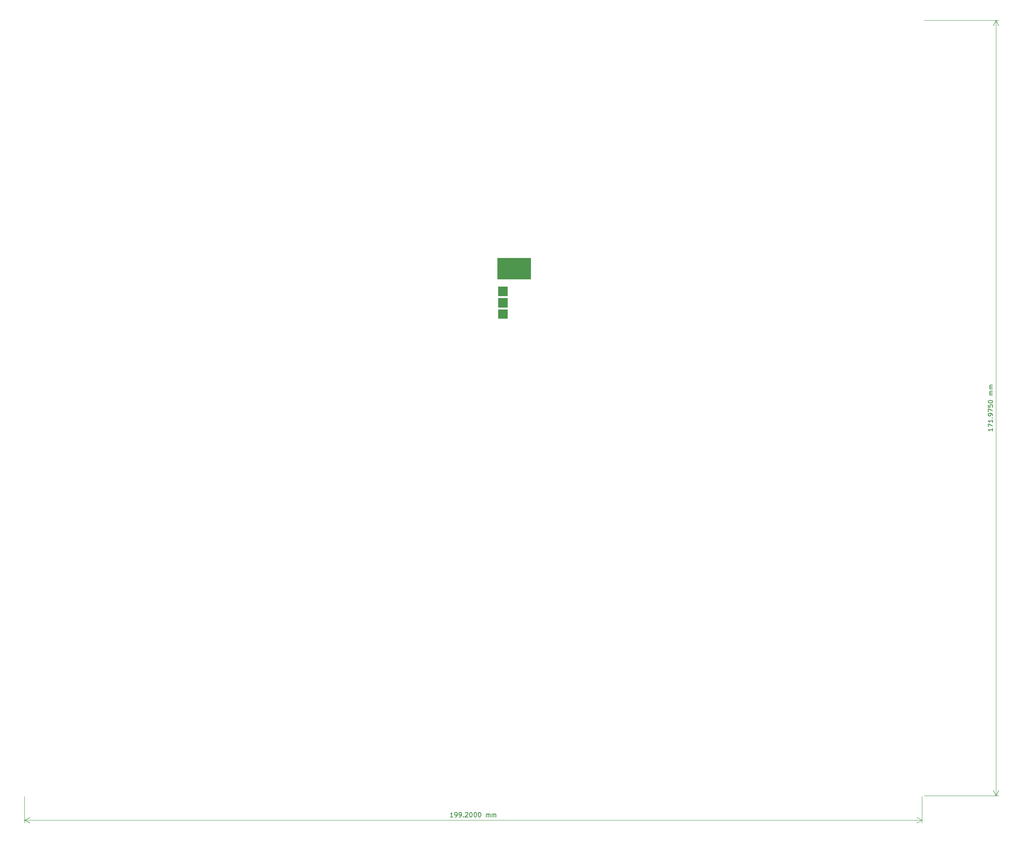
<source format=gbr>
%TF.GenerationSoftware,KiCad,Pcbnew,7.0.11+dfsg-1build4*%
%TF.CreationDate,2025-03-10T12:51:52+05:30*%
%TF.ProjectId,incubator,696e6375-6261-4746-9f72-2e6b69636164,rev?*%
%TF.SameCoordinates,Original*%
%TF.FileFunction,OtherDrawing,Comment*%
%FSLAX46Y46*%
G04 Gerber Fmt 4.6, Leading zero omitted, Abs format (unit mm)*
G04 Created by KiCad (PCBNEW 7.0.11+dfsg-1build4) date 2025-03-10 12:51:52*
%MOMM*%
%LPD*%
G01*
G04 APERTURE LIST*
%ADD10C,0.150000*%
%ADD11C,0.100000*%
G04 APERTURE END LIST*
D10*
X242879819Y-103911309D02*
X242879819Y-104482737D01*
X242879819Y-104197023D02*
X241879819Y-104197023D01*
X241879819Y-104197023D02*
X242022676Y-104292261D01*
X242022676Y-104292261D02*
X242117914Y-104387499D01*
X242117914Y-104387499D02*
X242165533Y-104482737D01*
X241879819Y-103577975D02*
X241879819Y-102911309D01*
X241879819Y-102911309D02*
X242879819Y-103339880D01*
X242879819Y-102006547D02*
X242879819Y-102577975D01*
X242879819Y-102292261D02*
X241879819Y-102292261D01*
X241879819Y-102292261D02*
X242022676Y-102387499D01*
X242022676Y-102387499D02*
X242117914Y-102482737D01*
X242117914Y-102482737D02*
X242165533Y-102577975D01*
X242784580Y-101577975D02*
X242832200Y-101530356D01*
X242832200Y-101530356D02*
X242879819Y-101577975D01*
X242879819Y-101577975D02*
X242832200Y-101625594D01*
X242832200Y-101625594D02*
X242784580Y-101577975D01*
X242784580Y-101577975D02*
X242879819Y-101577975D01*
X242879819Y-101054166D02*
X242879819Y-100863690D01*
X242879819Y-100863690D02*
X242832200Y-100768452D01*
X242832200Y-100768452D02*
X242784580Y-100720833D01*
X242784580Y-100720833D02*
X242641723Y-100625595D01*
X242641723Y-100625595D02*
X242451247Y-100577976D01*
X242451247Y-100577976D02*
X242070295Y-100577976D01*
X242070295Y-100577976D02*
X241975057Y-100625595D01*
X241975057Y-100625595D02*
X241927438Y-100673214D01*
X241927438Y-100673214D02*
X241879819Y-100768452D01*
X241879819Y-100768452D02*
X241879819Y-100958928D01*
X241879819Y-100958928D02*
X241927438Y-101054166D01*
X241927438Y-101054166D02*
X241975057Y-101101785D01*
X241975057Y-101101785D02*
X242070295Y-101149404D01*
X242070295Y-101149404D02*
X242308390Y-101149404D01*
X242308390Y-101149404D02*
X242403628Y-101101785D01*
X242403628Y-101101785D02*
X242451247Y-101054166D01*
X242451247Y-101054166D02*
X242498866Y-100958928D01*
X242498866Y-100958928D02*
X242498866Y-100768452D01*
X242498866Y-100768452D02*
X242451247Y-100673214D01*
X242451247Y-100673214D02*
X242403628Y-100625595D01*
X242403628Y-100625595D02*
X242308390Y-100577976D01*
X241879819Y-100244642D02*
X241879819Y-99577976D01*
X241879819Y-99577976D02*
X242879819Y-100006547D01*
X241879819Y-98720833D02*
X241879819Y-99197023D01*
X241879819Y-99197023D02*
X242356009Y-99244642D01*
X242356009Y-99244642D02*
X242308390Y-99197023D01*
X242308390Y-99197023D02*
X242260771Y-99101785D01*
X242260771Y-99101785D02*
X242260771Y-98863690D01*
X242260771Y-98863690D02*
X242308390Y-98768452D01*
X242308390Y-98768452D02*
X242356009Y-98720833D01*
X242356009Y-98720833D02*
X242451247Y-98673214D01*
X242451247Y-98673214D02*
X242689342Y-98673214D01*
X242689342Y-98673214D02*
X242784580Y-98720833D01*
X242784580Y-98720833D02*
X242832200Y-98768452D01*
X242832200Y-98768452D02*
X242879819Y-98863690D01*
X242879819Y-98863690D02*
X242879819Y-99101785D01*
X242879819Y-99101785D02*
X242832200Y-99197023D01*
X242832200Y-99197023D02*
X242784580Y-99244642D01*
X241879819Y-98054166D02*
X241879819Y-97958928D01*
X241879819Y-97958928D02*
X241927438Y-97863690D01*
X241927438Y-97863690D02*
X241975057Y-97816071D01*
X241975057Y-97816071D02*
X242070295Y-97768452D01*
X242070295Y-97768452D02*
X242260771Y-97720833D01*
X242260771Y-97720833D02*
X242498866Y-97720833D01*
X242498866Y-97720833D02*
X242689342Y-97768452D01*
X242689342Y-97768452D02*
X242784580Y-97816071D01*
X242784580Y-97816071D02*
X242832200Y-97863690D01*
X242832200Y-97863690D02*
X242879819Y-97958928D01*
X242879819Y-97958928D02*
X242879819Y-98054166D01*
X242879819Y-98054166D02*
X242832200Y-98149404D01*
X242832200Y-98149404D02*
X242784580Y-98197023D01*
X242784580Y-98197023D02*
X242689342Y-98244642D01*
X242689342Y-98244642D02*
X242498866Y-98292261D01*
X242498866Y-98292261D02*
X242260771Y-98292261D01*
X242260771Y-98292261D02*
X242070295Y-98244642D01*
X242070295Y-98244642D02*
X241975057Y-98197023D01*
X241975057Y-98197023D02*
X241927438Y-98149404D01*
X241927438Y-98149404D02*
X241879819Y-98054166D01*
X242879819Y-96530356D02*
X242213152Y-96530356D01*
X242308390Y-96530356D02*
X242260771Y-96482737D01*
X242260771Y-96482737D02*
X242213152Y-96387499D01*
X242213152Y-96387499D02*
X242213152Y-96244642D01*
X242213152Y-96244642D02*
X242260771Y-96149404D01*
X242260771Y-96149404D02*
X242356009Y-96101785D01*
X242356009Y-96101785D02*
X242879819Y-96101785D01*
X242356009Y-96101785D02*
X242260771Y-96054166D01*
X242260771Y-96054166D02*
X242213152Y-95958928D01*
X242213152Y-95958928D02*
X242213152Y-95816071D01*
X242213152Y-95816071D02*
X242260771Y-95720832D01*
X242260771Y-95720832D02*
X242356009Y-95673213D01*
X242356009Y-95673213D02*
X242879819Y-95673213D01*
X242879819Y-95197023D02*
X242213152Y-95197023D01*
X242308390Y-95197023D02*
X242260771Y-95149404D01*
X242260771Y-95149404D02*
X242213152Y-95054166D01*
X242213152Y-95054166D02*
X242213152Y-94911309D01*
X242213152Y-94911309D02*
X242260771Y-94816071D01*
X242260771Y-94816071D02*
X242356009Y-94768452D01*
X242356009Y-94768452D02*
X242879819Y-94768452D01*
X242356009Y-94768452D02*
X242260771Y-94720833D01*
X242260771Y-94720833D02*
X242213152Y-94625595D01*
X242213152Y-94625595D02*
X242213152Y-94482738D01*
X242213152Y-94482738D02*
X242260771Y-94387499D01*
X242260771Y-94387499D02*
X242356009Y-94339880D01*
X242356009Y-94339880D02*
X242879819Y-94339880D01*
D11*
X227725000Y-13400000D02*
X244161420Y-13400000D01*
X227725000Y-185375000D02*
X244161420Y-185375000D01*
X243575000Y-13400000D02*
X243575000Y-185375000D01*
X243575000Y-13400000D02*
X243575000Y-185375000D01*
X243575000Y-13400000D02*
X244161421Y-14526504D01*
X243575000Y-13400000D02*
X242988579Y-14526504D01*
X243575000Y-185375000D02*
X242988579Y-184248496D01*
X243575000Y-185375000D02*
X244161421Y-184248496D01*
D10*
X123076190Y-190129819D02*
X122504762Y-190129819D01*
X122790476Y-190129819D02*
X122790476Y-189129819D01*
X122790476Y-189129819D02*
X122695238Y-189272676D01*
X122695238Y-189272676D02*
X122600000Y-189367914D01*
X122600000Y-189367914D02*
X122504762Y-189415533D01*
X123552381Y-190129819D02*
X123742857Y-190129819D01*
X123742857Y-190129819D02*
X123838095Y-190082200D01*
X123838095Y-190082200D02*
X123885714Y-190034580D01*
X123885714Y-190034580D02*
X123980952Y-189891723D01*
X123980952Y-189891723D02*
X124028571Y-189701247D01*
X124028571Y-189701247D02*
X124028571Y-189320295D01*
X124028571Y-189320295D02*
X123980952Y-189225057D01*
X123980952Y-189225057D02*
X123933333Y-189177438D01*
X123933333Y-189177438D02*
X123838095Y-189129819D01*
X123838095Y-189129819D02*
X123647619Y-189129819D01*
X123647619Y-189129819D02*
X123552381Y-189177438D01*
X123552381Y-189177438D02*
X123504762Y-189225057D01*
X123504762Y-189225057D02*
X123457143Y-189320295D01*
X123457143Y-189320295D02*
X123457143Y-189558390D01*
X123457143Y-189558390D02*
X123504762Y-189653628D01*
X123504762Y-189653628D02*
X123552381Y-189701247D01*
X123552381Y-189701247D02*
X123647619Y-189748866D01*
X123647619Y-189748866D02*
X123838095Y-189748866D01*
X123838095Y-189748866D02*
X123933333Y-189701247D01*
X123933333Y-189701247D02*
X123980952Y-189653628D01*
X123980952Y-189653628D02*
X124028571Y-189558390D01*
X124504762Y-190129819D02*
X124695238Y-190129819D01*
X124695238Y-190129819D02*
X124790476Y-190082200D01*
X124790476Y-190082200D02*
X124838095Y-190034580D01*
X124838095Y-190034580D02*
X124933333Y-189891723D01*
X124933333Y-189891723D02*
X124980952Y-189701247D01*
X124980952Y-189701247D02*
X124980952Y-189320295D01*
X124980952Y-189320295D02*
X124933333Y-189225057D01*
X124933333Y-189225057D02*
X124885714Y-189177438D01*
X124885714Y-189177438D02*
X124790476Y-189129819D01*
X124790476Y-189129819D02*
X124600000Y-189129819D01*
X124600000Y-189129819D02*
X124504762Y-189177438D01*
X124504762Y-189177438D02*
X124457143Y-189225057D01*
X124457143Y-189225057D02*
X124409524Y-189320295D01*
X124409524Y-189320295D02*
X124409524Y-189558390D01*
X124409524Y-189558390D02*
X124457143Y-189653628D01*
X124457143Y-189653628D02*
X124504762Y-189701247D01*
X124504762Y-189701247D02*
X124600000Y-189748866D01*
X124600000Y-189748866D02*
X124790476Y-189748866D01*
X124790476Y-189748866D02*
X124885714Y-189701247D01*
X124885714Y-189701247D02*
X124933333Y-189653628D01*
X124933333Y-189653628D02*
X124980952Y-189558390D01*
X125409524Y-190034580D02*
X125457143Y-190082200D01*
X125457143Y-190082200D02*
X125409524Y-190129819D01*
X125409524Y-190129819D02*
X125361905Y-190082200D01*
X125361905Y-190082200D02*
X125409524Y-190034580D01*
X125409524Y-190034580D02*
X125409524Y-190129819D01*
X125838095Y-189225057D02*
X125885714Y-189177438D01*
X125885714Y-189177438D02*
X125980952Y-189129819D01*
X125980952Y-189129819D02*
X126219047Y-189129819D01*
X126219047Y-189129819D02*
X126314285Y-189177438D01*
X126314285Y-189177438D02*
X126361904Y-189225057D01*
X126361904Y-189225057D02*
X126409523Y-189320295D01*
X126409523Y-189320295D02*
X126409523Y-189415533D01*
X126409523Y-189415533D02*
X126361904Y-189558390D01*
X126361904Y-189558390D02*
X125790476Y-190129819D01*
X125790476Y-190129819D02*
X126409523Y-190129819D01*
X127028571Y-189129819D02*
X127123809Y-189129819D01*
X127123809Y-189129819D02*
X127219047Y-189177438D01*
X127219047Y-189177438D02*
X127266666Y-189225057D01*
X127266666Y-189225057D02*
X127314285Y-189320295D01*
X127314285Y-189320295D02*
X127361904Y-189510771D01*
X127361904Y-189510771D02*
X127361904Y-189748866D01*
X127361904Y-189748866D02*
X127314285Y-189939342D01*
X127314285Y-189939342D02*
X127266666Y-190034580D01*
X127266666Y-190034580D02*
X127219047Y-190082200D01*
X127219047Y-190082200D02*
X127123809Y-190129819D01*
X127123809Y-190129819D02*
X127028571Y-190129819D01*
X127028571Y-190129819D02*
X126933333Y-190082200D01*
X126933333Y-190082200D02*
X126885714Y-190034580D01*
X126885714Y-190034580D02*
X126838095Y-189939342D01*
X126838095Y-189939342D02*
X126790476Y-189748866D01*
X126790476Y-189748866D02*
X126790476Y-189510771D01*
X126790476Y-189510771D02*
X126838095Y-189320295D01*
X126838095Y-189320295D02*
X126885714Y-189225057D01*
X126885714Y-189225057D02*
X126933333Y-189177438D01*
X126933333Y-189177438D02*
X127028571Y-189129819D01*
X127980952Y-189129819D02*
X128076190Y-189129819D01*
X128076190Y-189129819D02*
X128171428Y-189177438D01*
X128171428Y-189177438D02*
X128219047Y-189225057D01*
X128219047Y-189225057D02*
X128266666Y-189320295D01*
X128266666Y-189320295D02*
X128314285Y-189510771D01*
X128314285Y-189510771D02*
X128314285Y-189748866D01*
X128314285Y-189748866D02*
X128266666Y-189939342D01*
X128266666Y-189939342D02*
X128219047Y-190034580D01*
X128219047Y-190034580D02*
X128171428Y-190082200D01*
X128171428Y-190082200D02*
X128076190Y-190129819D01*
X128076190Y-190129819D02*
X127980952Y-190129819D01*
X127980952Y-190129819D02*
X127885714Y-190082200D01*
X127885714Y-190082200D02*
X127838095Y-190034580D01*
X127838095Y-190034580D02*
X127790476Y-189939342D01*
X127790476Y-189939342D02*
X127742857Y-189748866D01*
X127742857Y-189748866D02*
X127742857Y-189510771D01*
X127742857Y-189510771D02*
X127790476Y-189320295D01*
X127790476Y-189320295D02*
X127838095Y-189225057D01*
X127838095Y-189225057D02*
X127885714Y-189177438D01*
X127885714Y-189177438D02*
X127980952Y-189129819D01*
X128933333Y-189129819D02*
X129028571Y-189129819D01*
X129028571Y-189129819D02*
X129123809Y-189177438D01*
X129123809Y-189177438D02*
X129171428Y-189225057D01*
X129171428Y-189225057D02*
X129219047Y-189320295D01*
X129219047Y-189320295D02*
X129266666Y-189510771D01*
X129266666Y-189510771D02*
X129266666Y-189748866D01*
X129266666Y-189748866D02*
X129219047Y-189939342D01*
X129219047Y-189939342D02*
X129171428Y-190034580D01*
X129171428Y-190034580D02*
X129123809Y-190082200D01*
X129123809Y-190082200D02*
X129028571Y-190129819D01*
X129028571Y-190129819D02*
X128933333Y-190129819D01*
X128933333Y-190129819D02*
X128838095Y-190082200D01*
X128838095Y-190082200D02*
X128790476Y-190034580D01*
X128790476Y-190034580D02*
X128742857Y-189939342D01*
X128742857Y-189939342D02*
X128695238Y-189748866D01*
X128695238Y-189748866D02*
X128695238Y-189510771D01*
X128695238Y-189510771D02*
X128742857Y-189320295D01*
X128742857Y-189320295D02*
X128790476Y-189225057D01*
X128790476Y-189225057D02*
X128838095Y-189177438D01*
X128838095Y-189177438D02*
X128933333Y-189129819D01*
X130457143Y-190129819D02*
X130457143Y-189463152D01*
X130457143Y-189558390D02*
X130504762Y-189510771D01*
X130504762Y-189510771D02*
X130600000Y-189463152D01*
X130600000Y-189463152D02*
X130742857Y-189463152D01*
X130742857Y-189463152D02*
X130838095Y-189510771D01*
X130838095Y-189510771D02*
X130885714Y-189606009D01*
X130885714Y-189606009D02*
X130885714Y-190129819D01*
X130885714Y-189606009D02*
X130933333Y-189510771D01*
X130933333Y-189510771D02*
X131028571Y-189463152D01*
X131028571Y-189463152D02*
X131171428Y-189463152D01*
X131171428Y-189463152D02*
X131266667Y-189510771D01*
X131266667Y-189510771D02*
X131314286Y-189606009D01*
X131314286Y-189606009D02*
X131314286Y-190129819D01*
X131790476Y-190129819D02*
X131790476Y-189463152D01*
X131790476Y-189558390D02*
X131838095Y-189510771D01*
X131838095Y-189510771D02*
X131933333Y-189463152D01*
X131933333Y-189463152D02*
X132076190Y-189463152D01*
X132076190Y-189463152D02*
X132171428Y-189510771D01*
X132171428Y-189510771D02*
X132219047Y-189606009D01*
X132219047Y-189606009D02*
X132219047Y-190129819D01*
X132219047Y-189606009D02*
X132266666Y-189510771D01*
X132266666Y-189510771D02*
X132361904Y-189463152D01*
X132361904Y-189463152D02*
X132504761Y-189463152D01*
X132504761Y-189463152D02*
X132600000Y-189510771D01*
X132600000Y-189510771D02*
X132647619Y-189606009D01*
X132647619Y-189606009D02*
X132647619Y-190129819D01*
D11*
X28000000Y-185625000D02*
X28000000Y-191411420D01*
X227200000Y-185625000D02*
X227200000Y-191411420D01*
X28000000Y-190825000D02*
X227200000Y-190825000D01*
X28000000Y-190825000D02*
X227200000Y-190825000D01*
X28000000Y-190825000D02*
X29126504Y-190238579D01*
X28000000Y-190825000D02*
X29126504Y-191411421D01*
X227200000Y-190825000D02*
X226073496Y-191411421D01*
X227200000Y-190825000D02*
X226073496Y-190238579D01*
%TO.C,U3*%
X135140000Y-74510000D02*
X133140000Y-74510000D01*
X133140000Y-72510000D01*
X135140000Y-72510000D01*
X135140000Y-74510000D01*
G36*
X135140000Y-74510000D02*
G01*
X133140000Y-74510000D01*
X133140000Y-72510000D01*
X135140000Y-72510000D01*
X135140000Y-74510000D01*
G37*
X135140000Y-77010000D02*
X133140000Y-77010000D01*
X133140000Y-75010000D01*
X135140000Y-75010000D01*
X135140000Y-77010000D01*
G36*
X135140000Y-77010000D02*
G01*
X133140000Y-77010000D01*
X133140000Y-75010000D01*
X135140000Y-75010000D01*
X135140000Y-77010000D01*
G37*
X135140000Y-79510000D02*
X133140000Y-79510000D01*
X133140000Y-77510000D01*
X135140000Y-77510000D01*
X135140000Y-79510000D01*
G36*
X135140000Y-79510000D02*
G01*
X133140000Y-79510000D01*
X133140000Y-77510000D01*
X135140000Y-77510000D01*
X135140000Y-79510000D01*
G37*
X140340000Y-70810000D02*
X132940000Y-70810000D01*
X132940000Y-66110000D01*
X140340000Y-66110000D01*
X140340000Y-70810000D01*
G36*
X140340000Y-70810000D02*
G01*
X132940000Y-70810000D01*
X132940000Y-66110000D01*
X140340000Y-66110000D01*
X140340000Y-70810000D01*
G37*
%TD*%
M02*

</source>
